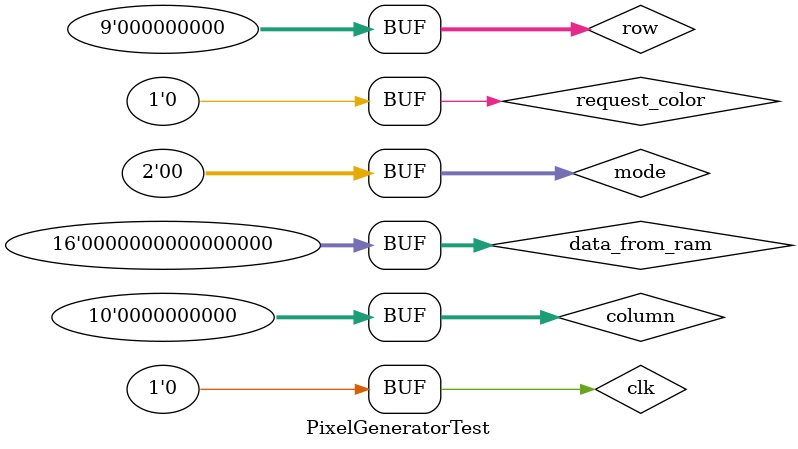
<source format=v>
`timescale 1ns / 1ps


module PixelGeneratorTest;

	// Inputs
	reg clk;
	reg [1:0] mode;
	reg request_color;
	reg [8:0] row;
	reg [9:0] column;
	reg [15:0] data_from_ram;

	// Outputs
	wire [7:0] next_color;
	wire [14:0] ram_address;

	// Instantiate the Unit Under Test (UUT)
	PixelGenerator uut (
		.clk(clk), 
		.mode(mode), 
		.request_color(request_color), 
		.row(row), 
		.column(column), 
		.data_from_ram(data_from_ram), 
		.next_color(next_color), 
		.ram_address(ram_address)
	);

	initial begin
		// Initialize Inputs
		clk = 0;
		mode = 0;
		request_color = 0;
		row = 0;
		column = 0;
		data_from_ram = 0;

		// Wait 100 ns for global reset to finish
		#100;
        
		// Add stimulus here

	end
      
endmodule


</source>
